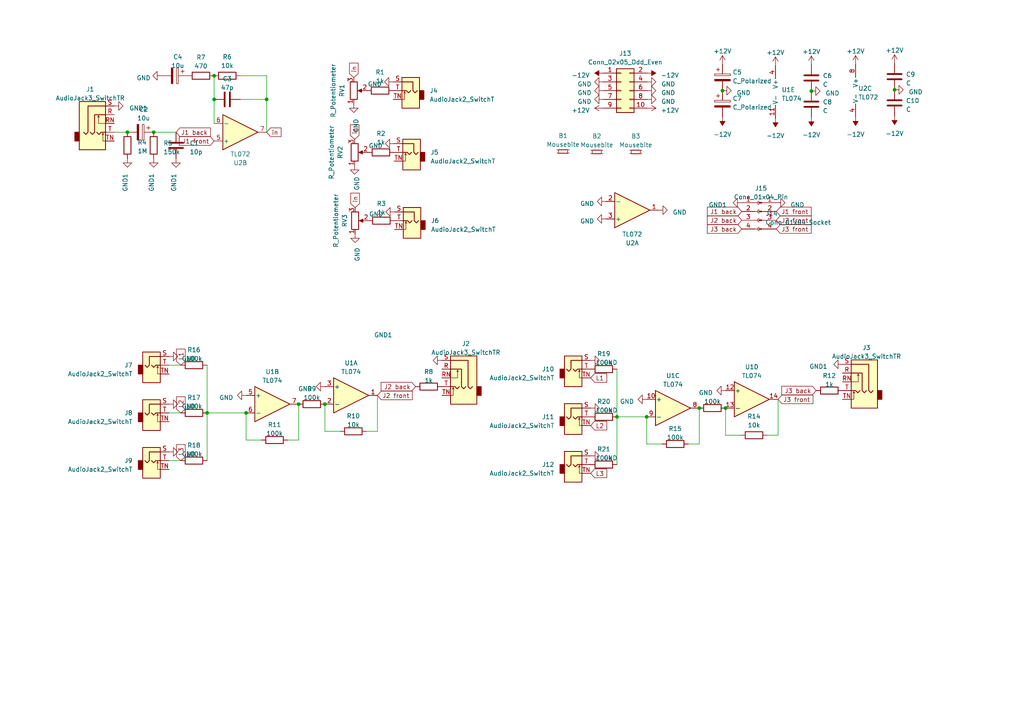
<source format=kicad_sch>
(kicad_sch (version 20230121) (generator eeschema)
  (paper "A4")
  (lib_symbols
    (symbol "Amplifier_Operational:TL072" (pin_names (offset 0.127))
      (property "Reference" "U" (at 0 5.08 0))
      (property "Value" "TL072" (at 0 -5.08 0))
      (symbol "TL072_1_1"
        (polyline (pts (xy -5.08 5.08) (xy 5.08 0) (xy -5.08 -5.08) (xy -5.08 5.08)) (stroke (width 0.254)) (fill (type background)))
        (pin output line (at 7.62 0 180) (length 2.54) (name "~") (number "1"))
        (pin input line (at -7.62 -2.54 0) (length 2.54) (name "-") (number "2"))
        (pin input line (at -7.62 2.54 0) (length 2.54) (name "+") (number "3"))
      )
      (symbol "TL072_2_1"
        (polyline (pts (xy -5.08 5.08) (xy 5.08 0) (xy -5.08 -5.08) (xy -5.08 5.08)) (stroke (width 0.254)) (fill (type background)))
        (pin input line (at -7.62 2.54 0) (length 2.54) (name "+") (number "5"))
        (pin input line (at -7.62 -2.54 0) (length 2.54) (name "-") (number "6"))
        (pin output line (at 7.62 0 180) (length 2.54) (name "~") (number "7"))
      )
      (symbol "TL072_3_1"
        (pin power_in line (at -2.54 -7.62 90) (length 3.81) (name "V-") (number "4"))
        (pin power_in line (at -2.54 7.62 270) (length 3.81) (name "V+") (number "8"))
      )
    )
    (symbol "Amplifier_Operational:TL074" (pin_names (offset 0.127))
      (property "Reference" "U" (at 0 5.08 0))
      (property "Value" "TL074" (at 0 -5.08 0))
      (symbol "TL074_1_1"
        (polyline (pts (xy -5.08 5.08) (xy 5.08 0) (xy -5.08 -5.08) (xy -5.08 5.08)) (stroke (width 0.254)) (fill (type background)))
        (pin output line (at 7.62 0 180) (length 2.54) (name "~") (number "1"))
        (pin input line (at -7.62 -2.54 0) (length 2.54) (name "-") (number "2"))
        (pin input line (at -7.62 2.54 0) (length 2.54) (name "+") (number "3"))
      )
      (symbol "TL074_2_1"
        (polyline (pts (xy -5.08 5.08) (xy 5.08 0) (xy -5.08 -5.08) (xy -5.08 5.08)) (stroke (width 0.254)) (fill (type background)))
        (pin input line (at -7.62 2.54 0) (length 2.54) (name "+") (number "5"))
        (pin input line (at -7.62 -2.54 0) (length 2.54) (name "-") (number "6"))
        (pin output line (at 7.62 0 180) (length 2.54) (name "~") (number "7"))
      )
      (symbol "TL074_3_1"
        (polyline (pts (xy -5.08 5.08) (xy 5.08 0) (xy -5.08 -5.08) (xy -5.08 5.08)) (stroke (width 0.254)) (fill (type background)))
        (pin input line (at -7.62 2.54 0) (length 2.54) (name "+") (number "10"))
        (pin output line (at 7.62 0 180) (length 2.54) (name "~") (number "8"))
        (pin input line (at -7.62 -2.54 0) (length 2.54) (name "-") (number "9"))
      )
      (symbol "TL074_4_1"
        (polyline (pts (xy -5.08 5.08) (xy 5.08 0) (xy -5.08 -5.08) (xy -5.08 5.08)) (stroke (width 0.254)) (fill (type background)))
        (pin input line (at -7.62 2.54 0) (length 2.54) (name "+") (number "12"))
        (pin input line (at -7.62 -2.54 0) (length 2.54) (name "-") (number "13"))
        (pin output line (at 7.62 0 180) (length 2.54) (name "~") (number "14"))
      )
      (symbol "TL074_5_1"
        (pin power_in line (at -2.54 -7.62 90) (length 3.81) (name "V-") (number "11"))
        (pin power_in line (at -2.54 7.62 270) (length 3.81) (name "V+") (number "4"))
      )
    )
    (symbol "Connector:Conn_01x04_Pin" (pin_names (offset 1.016) hide)
      (property "Reference" "J" (at 0 5.08 0))
      (property "Value" "Conn_01x04_Pin" (at 0 -7.62 0))
      (symbol "Conn_01x04_Pin_1_1"
        (polyline (pts (xy 1.27 -5.08) (xy 0.8636 -5.08)) (stroke (width 0.1524)))
        (polyline (pts (xy 1.27 -2.54) (xy 0.8636 -2.54)) (stroke (width 0.1524)))
        (polyline (pts (xy 1.27 0) (xy 0.8636 0)) (stroke (width 0.1524)))
        (polyline (pts (xy 1.27 2.54) (xy 0.8636 2.54)) (stroke (width 0.1524)))
        (rectangle (start 0.8636 -4.953) (end 0 -5.207) (stroke (width 0.1524)) (fill (type outline)))
        (rectangle (start 0.8636 -2.413) (end 0 -2.667) (stroke (width 0.1524)) (fill (type outline)))
        (rectangle (start 0.8636 0.127) (end 0 -0.127) (stroke (width 0.1524)) (fill (type outline)))
        (rectangle (start 0.8636 2.667) (end 0 2.413) (stroke (width 0.1524)) (fill (type outline)))
        (pin passive line (at 5.08 2.54 180) (length 3.81) (name "Pin_1") (number "1"))
        (pin passive line (at 5.08 0 180) (length 3.81) (name "Pin_2") (number "2"))
        (pin passive line (at 5.08 -2.54 180) (length 3.81) (name "Pin_3") (number "3"))
        (pin passive line (at 5.08 -5.08 180) (length 3.81) (name "Pin_4") (number "4"))
      )
    )
    (symbol "Connector:Conn_01x04_Socket" (pin_names (offset 1.016) hide)
      (property "Reference" "J" (at 0 5.08 0))
      (property "Value" "Conn_01x04_Socket" (at 0 -7.62 0))
      (symbol "Conn_01x04_Socket_1_1"
        (arc (start 0 -4.572) (mid -0.5058 -5.08) (end 0 -5.588) (stroke (width 0.1524)))
        (arc (start 0 -2.032) (mid -0.5058 -2.54) (end 0 -3.048) (stroke (width 0.1524)))
        (polyline (pts (xy -1.27 -5.08) (xy -0.508 -5.08)) (stroke (width 0.1524)))
        (polyline (pts (xy -1.27 -2.54) (xy -0.508 -2.54)) (stroke (width 0.1524)))
        (polyline (pts (xy -1.27 0) (xy -0.508 0)) (stroke (width 0.1524)))
        (polyline (pts (xy -1.27 2.54) (xy -0.508 2.54)) (stroke (width 0.1524)))
        (arc (start 0 0.508) (mid -0.5058 0) (end 0 -0.508) (stroke (width 0.1524)))
        (arc (start 0 3.048) (mid -0.5058 2.54) (end 0 2.032) (stroke (width 0.1524)))
        (pin passive line (at -5.08 2.54 0) (length 3.81) (name "Pin_1") (number "1"))
        (pin passive line (at -5.08 0 0) (length 3.81) (name "Pin_2") (number "2"))
        (pin passive line (at -5.08 -2.54 0) (length 3.81) (name "Pin_3") (number "3"))
        (pin passive line (at -5.08 -5.08 0) (length 3.81) (name "Pin_4") (number "4"))
      )
    )
    (symbol "Connector_Audio:AudioJack2_SwitchT"
      (property "Reference" "J" (at 0 8.89 0))
      (property "Value" "AudioJack2_SwitchT" (at 0 6.35 0))
      (symbol "AudioJack2_SwitchT_0_1"
        (rectangle (start -2.54 0) (end -3.81 -2.54) (stroke (width 0.254)) (fill (type outline)))
        (polyline (pts (xy 1.778 -0.254) (xy 2.032 -0.762)))
        (polyline (pts (xy 0 0) (xy 0.635 -0.635) (xy 1.27 0) (xy 2.54 0)) (stroke (width 0.254)))
        (polyline (pts (xy 2.54 -2.54) (xy 1.778 -2.54) (xy 1.778 -0.254) (xy 1.524 -0.762)))
        (polyline (pts (xy 2.54 2.54) (xy -0.635 2.54) (xy -0.635 0) (xy -1.27 -0.635) (xy -1.905 0)) (stroke (width 0.254)))
        (rectangle (start 2.54 3.81) (end -2.54 -5.08) (stroke (width 0.254)) (fill (type background)))
      )
      (symbol "AudioJack2_SwitchT_1_1"
        (pin passive line (at 5.08 2.54 180) (length 2.54) (name "~") (number "S"))
        (pin passive line (at 5.08 0 180) (length 2.54) (name "~") (number "T"))
        (pin passive line (at 5.08 -2.54 180) (length 2.54) (name "~") (number "TN"))
      )
    )
    (symbol "Connector_Audio:AudioJack3_SwitchTR"
      (property "Reference" "J" (at 0 8.89 0))
      (property "Value" "AudioJack3_SwitchTR" (at 0 6.35 0))
      (symbol "AudioJack3_SwitchTR_0_1"
        (rectangle (start -5.08 -5.08) (end -6.35 -7.62) (stroke (width 0.254)) (fill (type outline)))
        (polyline (pts (xy 0.508 -0.254) (xy 0.762 -0.762)))
        (polyline (pts (xy 1.778 -5.334) (xy 2.032 -5.842)))
        (polyline (pts (xy 0 -5.08) (xy 0.635 -5.715) (xy 1.27 -5.08) (xy 2.54 -5.08)) (stroke (width 0.254)))
        (polyline (pts (xy 2.54 -7.62) (xy 1.778 -7.62) (xy 1.778 -5.334) (xy 1.524 -5.842)))
        (polyline (pts (xy 2.54 -2.54) (xy 0.508 -2.54) (xy 0.508 -0.254) (xy 0.254 -0.762)))
        (polyline (pts (xy -1.905 -5.08) (xy -1.27 -5.715) (xy -0.635 -5.08) (xy -0.635 0) (xy 2.54 0)) (stroke (width 0.254)))
        (polyline (pts (xy 2.54 2.54) (xy -2.54 2.54) (xy -2.54 -5.08) (xy -3.175 -5.715) (xy -3.81 -5.08)) (stroke (width 0.254)))
        (rectangle (start 2.54 3.81) (end -5.08 -10.16) (stroke (width 0.254)) (fill (type background)))
      )
      (symbol "AudioJack3_SwitchTR_1_1"
        (pin passive line (at 5.08 0 180) (length 2.54) (name "~") (number "R"))
        (pin passive line (at 5.08 -2.54 180) (length 2.54) (name "~") (number "RN"))
        (pin passive line (at 5.08 2.54 180) (length 2.54) (name "~") (number "S"))
        (pin passive line (at 5.08 -5.08 180) (length 2.54) (name "~") (number "T"))
        (pin passive line (at 5.08 -7.62 180) (length 2.54) (name "~") (number "TN"))
      )
    )
    (symbol "Connector_Generic:Conn_02x05_Odd_Even" (pin_names (offset 1.016) hide)
      (property "Reference" "J" (at 1.27 7.62 0))
      (property "Value" "Conn_02x05_Odd_Even" (at 1.27 -7.62 0))
      (symbol "Conn_02x05_Odd_Even_1_1"
        (rectangle (start -1.27 -4.953) (end 0 -5.207) (stroke (width 0.1524)))
        (rectangle (start -1.27 -2.413) (end 0 -2.667) (stroke (width 0.1524)))
        (rectangle (start -1.27 0.127) (end 0 -0.127) (stroke (width 0.1524)))
        (rectangle (start -1.27 2.667) (end 0 2.413) (stroke (width 0.1524)))
        (rectangle (start -1.27 5.207) (end 0 4.953) (stroke (width 0.1524)))
        (rectangle (start -1.27 6.35) (end 3.81 -6.35) (stroke (width 0.254)) (fill (type background)))
        (rectangle (start 3.81 -4.953) (end 2.54 -5.207) (stroke (width 0.1524)))
        (rectangle (start 3.81 -2.413) (end 2.54 -2.667) (stroke (width 0.1524)))
        (rectangle (start 3.81 0.127) (end 2.54 -0.127) (stroke (width 0.1524)))
        (rectangle (start 3.81 2.667) (end 2.54 2.413) (stroke (width 0.1524)))
        (rectangle (start 3.81 5.207) (end 2.54 4.953) (stroke (width 0.1524)))
        (pin passive line (at -5.08 5.08 0) (length 3.81) (name "Pin_1") (number "1"))
        (pin passive line (at 7.62 -5.08 180) (length 3.81) (name "Pin_10") (number "10"))
        (pin passive line (at 7.62 5.08 180) (length 3.81) (name "Pin_2") (number "2"))
        (pin passive line (at -5.08 2.54 0) (length 3.81) (name "Pin_3") (number "3"))
        (pin passive line (at 7.62 2.54 180) (length 3.81) (name "Pin_4") (number "4"))
        (pin passive line (at -5.08 0 0) (length 3.81) (name "Pin_5") (number "5"))
        (pin passive line (at 7.62 0 180) (length 3.81) (name "Pin_6") (number "6"))
        (pin passive line (at -5.08 -2.54 0) (length 3.81) (name "Pin_7") (number "7"))
        (pin passive line (at 7.62 -2.54 180) (length 3.81) (name "Pin_8") (number "8"))
        (pin passive line (at -5.08 -5.08 0) (length 3.81) (name "Pin_9") (number "9"))
      )
    )
    (symbol "Device:C" (pin_numbers hide) (pin_names (offset 0.254))
      (property "Reference" "C" (at 0.635 2.54 0))
      (property "Value" "C" (at 0.635 -2.54 0))
      (symbol "C_0_1"
        (polyline (pts (xy -2.032 -0.762) (xy 2.032 -0.762)) (stroke (width 0.508)))
        (polyline (pts (xy -2.032 0.762) (xy 2.032 0.762)) (stroke (width 0.508)))
      )
      (symbol "C_1_1"
        (pin passive line (at 0 3.81 270) (length 2.794) (name "~") (number "1"))
        (pin passive line (at 0 -3.81 90) (length 2.794) (name "~") (number "2"))
      )
    )
    (symbol "Device:C_Polarized" (pin_numbers hide) (pin_names (offset 0.254))
      (property "Reference" "C" (at 0.635 2.54 0))
      (property "Value" "C_Polarized" (at 0.635 -2.54 0))
      (symbol "C_Polarized_0_1"
        (rectangle (start -2.286 0.508) (end 2.286 1.016))
        (polyline (pts (xy -1.778 2.286) (xy -0.762 2.286)))
        (polyline (pts (xy -1.27 2.794) (xy -1.27 1.778)))
        (rectangle (start 2.286 -0.508) (end -2.286 -1.016) (fill (type outline)))
      )
      (symbol "C_Polarized_1_1"
        (pin passive line (at 0 3.81 270) (length 2.794) (name "~") (number "1"))
        (pin passive line (at 0 -3.81 90) (length 2.794) (name "~") (number "2"))
      )
    )
    (symbol "Device:R" (pin_numbers hide) (pin_names (offset 0))
      (property "Reference" "R" (at 2.032 0 90))
      (property "Value" "R" (at 0 0 90))
      (symbol "R_0_1"
        (rectangle (start -1.016 -2.54) (end 1.016 2.54) (stroke (width 0.254)))
      )
      (symbol "R_1_1"
        (pin passive line (at 0 3.81 270) (length 1.27) (name "~") (number "1"))
        (pin passive line (at 0 -3.81 90) (length 1.27) (name "~") (number "2"))
      )
    )
    (symbol "Device:R_Potentiometer" (pin_names (offset 1.016) hide)
      (property "Reference" "RV" (at -4.445 0 90))
      (property "Value" "R_Potentiometer" (at -2.54 0 90))
      (symbol "R_Potentiometer_0_1"
        (polyline (pts (xy 2.54 0) (xy 1.524 0)))
        (polyline (pts (xy 1.143 0) (xy 2.286 0.508) (xy 2.286 -0.508) (xy 1.143 0)) (fill (type outline)))
        (rectangle (start 1.016 2.54) (end -1.016 -2.54) (stroke (width 0.254)))
      )
      (symbol "R_Potentiometer_1_1"
        (pin passive line (at 0 3.81 270) (length 1.27) (name "1") (number "1"))
        (pin passive line (at 3.81 0 180) (length 1.27) (name "2") (number "2"))
        (pin passive line (at 0 -3.81 90) (length 1.27) (name "3") (number "3"))
      )
    )
    (symbol "Pale Slim Ghost:Mousebite" (in_bom no)
      (property "Reference" "B" (at 0 0 0))
      (property "Value" "Mousebite" (at 0 0 0))
      (symbol "Mousebite_0_1"
        (arc (start -1.7637 1.778) (mid -1.2698 2.286) (end -1.7637 2.794) (stroke (width 0.1524)))
        (circle (center -1.27 1.778) (radius 0.0001) (stroke (width 0.1524)))
        (circle (center -1.27 2.794) (radius 0.0001) (stroke (width 0.1524)))
        (circle (center -1.016 1.778) (radius 0.0001) (stroke (width 0.1524)))
        (circle (center -1.016 2.794) (radius 0.0001) (stroke (width 0.1524)))
        (circle (center -0.762 1.778) (radius 0.0001) (stroke (width 0.1524)))
        (circle (center -0.762 2.794) (radius 0.0001) (stroke (width 0.1524)))
        (circle (center -0.508 1.778) (radius 0.0001) (stroke (width 0.1524)))
        (circle (center -0.508 2.794) (radius 0.0001) (stroke (width 0.1524)))
        (circle (center -0.254 1.778) (radius 0.0001) (stroke (width 0.1524)))
        (circle (center -0.254 2.794) (radius 0.0001) (stroke (width 0.1524)))
        (circle (center 0 1.778) (radius 0.0001) (stroke (width 0.1524)))
        (circle (center 0 2.794) (radius 0.0001) (stroke (width 0.1524)))
        (circle (center 0.254 1.778) (radius 0.0001) (stroke (width 0.1524)))
        (circle (center 0.254 2.794) (radius 0.0001) (stroke (width 0.1524)))
        (circle (center 0.508 1.778) (radius 0.0001) (stroke (width 0.1524)))
        (circle (center 0.508 2.794) (radius 0.0001) (stroke (width 0.1524)))
        (circle (center 0.762 1.778) (radius 0.0001) (stroke (width 0.1524)))
        (circle (center 0.762 2.794) (radius 0.0001) (stroke (width 0.1524)))
        (circle (center 1.016 1.778) (radius 0.0001) (stroke (width 0.1524)))
        (circle (center 1.016 2.794) (radius 0.0001) (stroke (width 0.1524)))
        (circle (center 1.27 1.778) (radius 0.0001) (stroke (width 0.1524)))
        (circle (center 1.27 2.794) (radius 0.0001) (stroke (width 0.1524)))
        (arc (start 1.7637 2.794) (mid 1.2698 2.286) (end 1.7637 1.778) (stroke (width 0.1524)))
      )
    )
    (symbol "power:+12V" (power) (pin_names (offset 0))
      (property "Value" "+12V" (at 0 3.556 0))
      (symbol "+12V_0_1"
        (polyline (pts (xy -0.762 1.27) (xy 0 2.54)))
        (polyline (pts (xy 0 0) (xy 0 2.54)))
        (polyline (pts (xy 0 2.54) (xy 0.762 1.27)))
      )
      (symbol "+12V_1_1"
        (pin power_in line (at 0 0 90) (length 0) hide (name "+12V") (number "1"))
      )
    )
    (symbol "power:-12V" (power) (pin_names (offset 0))
      (property "Value" "-12V" (at 0 3.81 0))
      (symbol "-12V_0_0"
        (pin power_in line (at 0 0 90) (length 0) hide (name "-12V") (number "1"))
      )
      (symbol "-12V_0_1"
        (polyline (pts (xy 0 0) (xy 0 1.27) (xy 0.762 1.27) (xy 0 2.54) (xy -0.762 1.27) (xy 0 1.27)) (fill (type outline)))
      )
    )
    (symbol "power:GND" (power) (pin_names (offset 0))
      (property "Value" "GND" (at 0 -3.81 0))
      (symbol "GND_0_1"
        (polyline (pts (xy 0 0) (xy 0 -1.27) (xy 1.27 -1.27) (xy 0 -2.54) (xy -1.27 -1.27) (xy 0 -1.27)))
      )
      (symbol "GND_1_1"
        (pin power_in line (at 0 0 270) (length 0) hide (name "GND") (number "1"))
      )
    )
    (symbol "power:GND1" (power) (pin_names (offset 0))
      (property "Value" "GND1" (at 0 -3.81 0))
      (symbol "GND1_0_1"
        (polyline (pts (xy 0 0) (xy 0 -1.27) (xy 1.27 -1.27) (xy 0 -2.54) (xy -1.27 -1.27) (xy 0 -1.27)))
      )
      (symbol "GND1_1_1"
        (pin power_in line (at 0 0 270) (length 0) hide (name "GND1") (number "1"))
      )
    )
  )
  (junction (at 202.819 118.364))
  (junction (at 77.343 28.829))
  (junction (at 94.234 117.221))
  (junction (at 178.943 120.904))
  (junction (at 210.439 118.364))
  (junction (at 187.579 120.904))
  (junction (at 62.103 21.971))
  (junction (at 62.103 28.829))
  (junction (at 209.55 26.289))
  (junction (at 36.957 38.354))
  (junction (at 71.374 119.761))
  (junction (at 259.461 26.035))
  (junction (at 235.331 26.416))
  (junction (at 44.577 38.354))
  (junction (at 86.614 117.221))
  (junction (at 60.071 119.761))
  (wire (pts (xy 202.819 128.778) (xy 202.819 118.364)))
  (wire (pts (xy 60.071 119.761) (xy 71.374 119.761)))
  (wire (pts (xy 225.679 126.238) (xy 225.679 115.824)))
  (wire (pts (xy 210.439 126.238) (xy 214.884 126.238)))
  (wire (pts (xy 33.147 38.354) (xy 36.957 38.354)))
  (wire (pts (xy 199.644 128.778) (xy 202.819 128.778)))
  (wire (pts (xy 69.723 28.829) (xy 77.343 28.829)))
  (wire (pts (xy 210.439 118.364) (xy 210.439 126.238)))
  (wire (pts (xy 94.234 117.221) (xy 94.234 125.095)))
  (wire (pts (xy 187.579 128.778) (xy 192.024 128.778)))
  (wire (pts (xy 178.943 107.061) (xy 178.943 120.904)))
  (wire (pts (xy 77.343 21.971) (xy 77.343 28.829)))
  (wire (pts (xy 187.579 120.904) (xy 187.579 128.778)))
  (wire (pts (xy 178.943 120.904) (xy 187.579 120.904)))
  (wire (pts (xy 178.943 120.904) (xy 178.943 134.747)))
  (wire (pts (xy 44.577 38.354) (xy 51.054 38.354)))
  (wire (pts (xy 49.022 133.604) (xy 52.451 133.604)))
  (wire (pts (xy 71.374 119.761) (xy 71.374 127.635)))
  (wire (pts (xy 49.022 119.761) (xy 52.451 119.761)))
  (wire (pts (xy 77.343 28.829) (xy 77.343 38.354)))
  (wire (pts (xy 71.374 127.635) (xy 75.819 127.635)))
  (wire (pts (xy 106.299 125.095) (xy 109.474 125.095)))
  (wire (pts (xy 62.103 21.971) (xy 62.103 28.829)))
  (wire (pts (xy 86.614 127.635) (xy 86.614 117.221)))
  (wire (pts (xy 62.103 28.829) (xy 62.103 35.814)))
  (wire (pts (xy 49.022 105.918) (xy 52.451 105.918)))
  (wire (pts (xy 60.071 105.918) (xy 60.071 119.761)))
  (wire (pts (xy 94.234 125.095) (xy 98.679 125.095)))
  (wire (pts (xy 83.439 127.635) (xy 86.614 127.635)))
  (wire (pts (xy 222.504 126.238) (xy 225.679 126.238)))
  (wire (pts (xy 69.723 21.971) (xy 77.343 21.971)))
  (wire (pts (xy 109.474 125.095) (xy 109.474 114.681)))
  (wire (pts (xy 60.071 119.761) (xy 60.071 133.604)))
  (global_label "J2 back" (shape input) (at 120.523 112.141 180) (property "Intersheetrefs" "${INTERSHEET_REFS}" (effects hide)))
  (global_label "J1 front" (shape input) (at 225.171 61.341 0) (property "Intersheetrefs" "${INTERSHEET_REFS}" (effects hide)))
  (global_label "L1" (shape input) (at 52.451 105.918 90) (property "Intersheetrefs" "${INTERSHEET_REFS}" (effects hide)))
  (global_label "L3" (shape input) (at 171.323 137.287 0) (property "Intersheetrefs" "${INTERSHEET_REFS}" (effects hide)))
  (global_label "L2" (shape input) (at 52.451 119.761 90) (property "Intersheetrefs" "${INTERSHEET_REFS}" (effects hide)))
  (global_label "L1" (shape input) (at 171.323 109.601 0) (property "Intersheetrefs" "${INTERSHEET_REFS}" (effects hide)))
  (global_label "J1 front" (shape input) (at 62.103 40.894 180) (property "Intersheetrefs" "${INTERSHEET_REFS}" (effects hide)))
  (global_label "J2 front" (shape input) (at 225.171 63.881 0) (property "Intersheetrefs" "${INTERSHEET_REFS}" (effects hide)))
  (global_label "J2 front" (shape input) (at 109.474 114.681 0) (property "Intersheetrefs" "${INTERSHEET_REFS}" (effects hide)))
  (global_label "J3 front" (shape input) (at 225.679 115.824 0) (property "Intersheetrefs" "${INTERSHEET_REFS}" (effects hide)))
  (global_label "J3 back" (shape input) (at 215.138 66.421 180) (property "Intersheetrefs" "${INTERSHEET_REFS}" (effects hide)))
  (global_label "in" (shape input) (at 102.87 40.386 90) (property "Intersheetrefs" "${INTERSHEET_REFS}" (effects hide)))
  (global_label "in" (shape input) (at 77.343 38.354 0) (property "Intersheetrefs" "${INTERSHEET_REFS}" (effects hide)))
  (global_label "J3 back" (shape input) (at 236.728 113.284 180) (property "Intersheetrefs" "${INTERSHEET_REFS}" (effects hide)))
  (global_label "in" (shape input) (at 102.616 22.479 90) (property "Intersheetrefs" "${INTERSHEET_REFS}" (effects hide)))
  (global_label "J2 back" (shape input) (at 215.138 63.881 180) (property "Intersheetrefs" "${INTERSHEET_REFS}" (effects hide)))
  (global_label "L3" (shape input) (at 52.451 133.604 90) (property "Intersheetrefs" "${INTERSHEET_REFS}" (effects hide)))
  (global_label "L2" (shape input) (at 171.323 123.444 0) (property "Intersheetrefs" "${INTERSHEET_REFS}" (effects hide)))
  (global_label "J1 back" (shape input) (at 51.054 38.354 0) (property "Intersheetrefs" "${INTERSHEET_REFS}" (effects hide)))
  (global_label "in" (shape input) (at 102.997 60.198 90) (property "Intersheetrefs" "${INTERSHEET_REFS}" (effects hide)))
  (global_label "J3 front" (shape input) (at 225.171 66.421 0) (property "Intersheetrefs" "${INTERSHEET_REFS}" (effects hide)))
  (global_label "J1 back" (shape input) (at 215.138 61.341 180) (property "Intersheetrefs" "${INTERSHEET_REFS}" (effects hide)))
  (symbol (lib_id "Device:R") (at 218.694 126.238 90) (unit 1)
    (property "Reference" "R14" (at 218.694 120.777 90))
    (property "Value" "10k" (at 218.694 123.317 90))
    (property "Footprint" "Resistor_SMD:R_0805_2012Metric_Pad1.20x1.40mm_HandSolder" (effects hide))
  )
  (symbol (lib_id "Device:R_Potentiometer") (at 102.87 44.196 0) (mirror x) (unit 1)
    (property "Reference" "RV2" (at 98.679 44.196 90))
    (property "Value" "R_Potentiometer" (at 96.139 44.196 90))
    (property "Footprint" "Pale Slim Ghost:Potentiometer_Alpha_RD901F-40-00D_Single_Vertical" (effects hide))
  )
  (symbol (lib_id "power:+12V") (at 259.461 18.415 0) (unit 1)
    (property "Reference" "#PWR046" (effects hide))
    (property "Value" "+12V" (at 259.461 14.605 0))
  )
  (symbol (lib_id "Amplifier_Operational:TL074") (at 218.059 115.824 0) (unit 4)
    (property "Reference" "U1" (at 218.059 106.426 0))
    (property "Value" "TL074" (at 218.059 108.966 0))
    (property "Footprint" "Package_SO:SOIC-14_3.9x8.7mm_P1.27mm" (effects hide))
    (property "Datasheet" "http://www.ti.com/lit/ds/symlink/tl071.pdf" (effects hide))
  )
  (symbol (lib_id "Device:R") (at 79.629 127.635 90) (unit 1)
    (property "Reference" "R11" (at 79.629 123.19 90))
    (property "Value" "100k" (at 79.629 125.73 90))
    (property "Footprint" "Resistor_SMD:R_0805_2012Metric_Pad1.20x1.40mm_HandSolder" (effects hide))
  )
  (symbol (lib_id "power:GND") (at 225.171 58.801 90) (unit 1)
    (property "Reference" "#PWR051" (effects hide))
    (property "Value" "GND" (at 229.235 59.436 90) (effects (justify right)))
  )
  (symbol (lib_id "power:GND") (at 175.006 23.749 270) (unit 1)
    (property "Reference" "#PWR032" (effects hide))
    (property "Value" "GND" (at 171.577 24.384 90) (effects (justify right)))
  )
  (symbol (lib_id "Device:R") (at 206.629 118.364 90) (unit 1)
    (property "Reference" "R13" (effects hide))
    (property "Value" "100k" (at 206.629 116.459 90))
    (property "Footprint" "Resistor_SMD:R_0805_2012Metric_Pad1.20x1.40mm_HandSolder" (effects hide))
  )
  (symbol (lib_id "power:-12V") (at 224.917 34.29 180) (unit 1)
    (property "Reference" "#PWR043" (effects hide))
    (property "Value" "-12V" (at 224.917 39.37 0))
  )
  (symbol (lib_id "power:GND") (at 171.323 104.521 90) (mirror x) (unit 1)
    (property "Reference" "#PWR019" (effects hide))
    (property "Value" "GND" (at 175.006 105.156 90) (effects (justify right)))
  )
  (symbol (lib_id "power:GND") (at 187.579 115.824 270) (unit 1)
    (property "Reference" "#PWR015" (effects hide))
    (property "Value" "GND" (at 183.896 116.459 90) (effects (justify right)))
  )
  (symbol (lib_id "power:-12V") (at 209.55 33.909 180) (unit 1)
    (property "Reference" "#PWR042" (effects hide))
    (property "Value" "-12V" (at 209.55 38.989 0))
  )
  (symbol (lib_id "Device:R") (at 175.133 134.747 90) (unit 1)
    (property "Reference" "R21" (at 175.133 130.302 90))
    (property "Value" "100k" (at 175.133 132.842 90))
    (property "Footprint" "Resistor_SMD:R_0805_2012Metric_Pad1.20x1.40mm_HandSolder" (effects hide))
  )
  (symbol (lib_id "Amplifier_Operational:TL072") (at 183.388 60.96 0) (mirror x) (unit 1)
    (property "Reference" "U2" (at 183.388 70.485 0))
    (property "Value" "TL072" (at 183.388 67.945 0))
    (property "Footprint" "Package_SO:SOIC-8_3.9x4.9mm_P1.27mm" (effects hide))
    (property "Datasheet" "http://www.ti.com/lit/ds/symlink/tl071.pdf" (effects hide))
  )
  (symbol (lib_id "power:GND") (at 114.046 23.749 270) (unit 1)
    (property "Reference" "#PWR04" (effects hide))
    (property "Value" "GND" (at 110.744 24.384 90) (effects (justify right)))
  )
  (symbol (lib_id "Connector_Audio:AudioJack2_SwitchT") (at 43.942 105.918 0) (unit 1)
    (property "Reference" "J7" (at 38.481 105.918 0) (effects (justify right)))
    (property "Value" "AudioJack2_SwitchT" (at 38.481 108.458 0) (effects (justify right)))
    (property "Footprint" "Pale Slim Ghost:Jack_3.5mm_QingPu_WQP-PJ398SM_Vertical" (effects hide))
  )
  (symbol (lib_id "Device:C") (at 235.331 30.226 0) (unit 1)
    (property "Reference" "C8" (at 238.633 29.591 0) (effects (justify left)))
    (property "Value" "C" (at 238.633 32.131 0) (effects (justify left)))
    (property "Footprint" "Capacitor_SMD:C_0805_2012Metric_Pad1.18x1.45mm_HandSolder" (effects hide))
  )
  (symbol (lib_id "Device:R") (at 124.333 112.141 90) (unit 1)
    (property "Reference" "R8" (at 124.333 107.823 90))
    (property "Value" "1k" (at 124.333 110.363 90))
    (property "Footprint" "Resistor_SMD:R_0805_2012Metric_Pad1.20x1.40mm_HandSolder" (effects hide))
  )
  (symbol (lib_id "Connector_Audio:AudioJack2_SwitchT") (at 119.38 44.196 0) (mirror y) (unit 1)
    (property "Reference" "J5" (at 124.841 44.196 0) (effects (justify right)))
    (property "Value" "AudioJack2_SwitchT" (at 124.841 46.736 0) (effects (justify right)))
    (property "Footprint" "Pale Slim Ghost:Jack_3.5mm_QingPu_WQP-PJ398SM_Vertical" (effects hide))
  )
  (symbol (lib_id "Device:R_Potentiometer") (at 102.997 64.008 0) (mirror x) (unit 1)
    (property "Reference" "RV3" (at 99.949 64.008 90))
    (property "Value" "R_Potentiometer" (at 97.409 64.008 90))
    (property "Footprint" "Pale Slim Ghost:Potentiometer_Alpha_RD901F-40-00D_Single_Vertical" (effects hide))
  )
  (symbol (lib_id "power:GND") (at 175.006 28.829 270) (unit 1)
    (property "Reference" "#PWR034" (effects hide))
    (property "Value" "GND" (at 171.577 29.464 90) (effects (justify right)))
  )
  (symbol (lib_id "power:GND") (at 171.323 118.364 90) (mirror x) (unit 1)
    (property "Reference" "#PWR018" (effects hide))
    (property "Value" "GND" (at 175.006 118.999 90) (effects (justify right)))
  )
  (symbol (lib_id "Connector:Conn_01x04_Pin") (at 220.091 61.341 0) (unit 1)
    (property "Reference" "J15" (at 220.726 54.61 0))
    (property "Value" "Conn_01x04_Pin" (at 220.726 57.15 0))
    (property "Footprint" "Connector_PinHeader_2.54mm:PinHeader_1x04_P2.54mm_Vertical" (effects hide))
  )
  (symbol (lib_id "Device:R") (at 44.577 42.164 0) (unit 1)
    (property "Reference" "R5" (at 47.371 41.529 0) (effects (justify left)))
    (property "Value" "150k" (at 47.371 44.069 0) (effects (justify left)))
    (property "Footprint" "Resistor_SMD:R_0805_2012Metric_Pad1.20x1.40mm_HandSolder" (effects hide))
  )
  (symbol (lib_id "Device:R") (at 110.49 44.196 90) (unit 1)
    (property "Reference" "R2" (at 110.49 38.735 90))
    (property "Value" "1k" (at 110.49 41.275 90))
    (property "Footprint" "Resistor_SMD:R_0805_2012Metric_Pad1.20x1.40mm_HandSolder" (effects hide))
  )
  (symbol (lib_id "Device:C") (at 235.331 22.606 0) (unit 1)
    (property "Reference" "C6" (at 238.633 21.971 0) (effects (justify left)))
    (property "Value" "C" (at 238.633 24.511 0) (effects (justify left)))
    (property "Footprint" "Capacitor_SMD:C_0805_2012Metric_Pad1.18x1.45mm_HandSolder" (effects hide))
  )
  (symbol (lib_id "Device:C_Polarized") (at 209.55 30.099 0) (unit 1)
    (property "Reference" "C7" (at 212.471 28.575 0) (effects (justify left)))
    (property "Value" "C_Polarized" (at 212.471 31.115 0) (effects (justify left)))
    (property "Footprint" "Capacitor_Tantalum_SMD:CP_EIA-3216-18_Kemet-A_Pad1.58x1.35mm_HandSolder" (effects hide))
  )
  (symbol (lib_id "power:-12V") (at 259.461 33.655 180) (unit 1)
    (property "Reference" "#PWR049" (effects hide))
    (property "Value" "-12V" (at 259.461 38.735 0))
  )
  (symbol (lib_id "Pale Slim Ghost:Mousebite") (at 173.101 46.355 0) (unit 1) (in_bom no)
    (property "Reference" "B2" (at 173.101 39.497 0))
    (property "Value" "Mousebite" (at 173.101 42.037 0))
    (property "Footprint" "Pale Slim Ghost:mousebite-2.54x5.08mm" (effects hide))
  )
  (symbol (lib_id "Device:C") (at 259.461 29.845 0) (unit 1)
    (property "Reference" "C10" (at 262.763 29.21 0) (effects (justify left)))
    (property "Value" "C" (at 262.763 31.75 0) (effects (justify left)))
    (property "Footprint" "Capacitor_SMD:C_0805_2012Metric_Pad1.18x1.45mm_HandSolder" (effects hide))
  )
  (symbol (lib_id "power:-12V") (at 175.006 21.209 90) (unit 1)
    (property "Reference" "#PWR030" (effects hide))
    (property "Value" "-12V" (at 171.069 21.844 90) (effects (justify left)))
  )
  (symbol (lib_id "power:GND") (at 49.022 131.064 90) (mirror x) (unit 1)
    (property "Reference" "#PWR023" (effects hide))
    (property "Value" "GND" (at 52.705 131.699 90) (effects (justify right)))
  )
  (symbol (lib_id "power:+12V") (at 175.006 31.369 90) (unit 1)
    (property "Reference" "#PWR040" (effects hide))
    (property "Value" "+12V" (at 171.069 32.004 90) (effects (justify left)))
  )
  (symbol (lib_id "power:GND") (at 175.768 58.42 270) (unit 1)
    (property "Reference" "#PWR025" (effects hide))
    (property "Value" "GND" (at 172.339 59.055 90) (effects (justify right)))
  )
  (symbol (lib_id "power:+12V") (at 209.55 18.669 0) (unit 1)
    (property "Reference" "#PWR027" (effects hide))
    (property "Value" "+12V" (at 209.55 14.859 0))
  )
  (symbol (lib_id "power:GND") (at 175.006 26.289 270) (unit 1)
    (property "Reference" "#PWR033" (effects hide))
    (property "Value" "GND" (at 171.577 26.924 90) (effects (justify right)))
  )
  (symbol (lib_id "power:GND") (at 210.439 113.284 270) (unit 1)
    (property "Reference" "#PWR016" (effects hide))
    (property "Value" "GND" (at 206.756 113.919 90) (effects (justify right)))
  )
  (symbol (lib_id "power:GND") (at 46.863 21.971 270) (unit 1)
    (property "Reference" "#PWR09" (effects hide))
    (property "Value" "GND" (at 43.688 22.606 90) (effects (justify right)))
  )
  (symbol (lib_id "Amplifier_Operational:TL072") (at 245.618 26.289 0) (mirror y) (unit 3)
    (property "Reference" "U2" (at 248.92 25.654 0) (effects (justify right)))
    (property "Value" "TL072" (at 248.92 28.194 0) (effects (justify right)))
    (property "Footprint" "Package_SO:SOIC-8_3.9x4.9mm_P1.27mm" (effects hide))
    (property "Datasheet" "http://www.ti.com/lit/ds/symlink/tl071.pdf" (effects hide))
  )
  (symbol (lib_id "power:GND1") (at 33.147 30.734 90) (mirror x) (unit 1)
    (property "Reference" "#PWR017" (effects hide))
    (property "Value" "GND1" (at 37.465 31.369 90) (effects (justify right)))
  )
  (symbol (lib_id "Device:C_Polarized") (at 50.673 21.971 270) (unit 1)
    (property "Reference" "C4" (at 51.562 16.51 90))
    (property "Value" "10u" (at 51.562 19.05 90))
    (property "Footprint" "Capacitor_Tantalum_SMD:CP_EIA-3216-18_Kemet-A_Pad1.58x1.35mm_HandSolder" (effects hide))
  )
  (symbol (lib_id "Amplifier_Operational:TL074") (at 101.854 114.681 0) (unit 1)
    (property "Reference" "U1" (at 101.854 105.283 0))
    (property "Value" "TL074" (at 101.854 107.823 0))
    (property "Footprint" "Package_SO:SOIC-14_3.9x8.7mm_P1.27mm" (effects hide))
    (property "Datasheet" "http://www.ti.com/lit/ds/symlink/tl071.pdf" (effects hide))
  )
  (symbol (lib_id "Connector_Audio:AudioJack2_SwitchT") (at 119.126 26.289 0) (mirror y) (unit 1)
    (property "Reference" "J4" (at 124.587 26.289 0) (effects (justify right)))
    (property "Value" "AudioJack2_SwitchT" (at 124.587 28.829 0) (effects (justify right)))
    (property "Footprint" "Pale Slim Ghost:Jack_3.5mm_QingPu_WQP-PJ398SM_Vertical" (effects hide))
  )
  (symbol (lib_id "power:GND") (at 187.706 28.829 90) (unit 1)
    (property "Reference" "#PWR035" (effects hide))
    (property "Value" "GND" (at 191.77 29.464 90) (effects (justify right)))
  )
  (symbol (lib_id "Connector_Audio:AudioJack2_SwitchT") (at 43.942 119.761 0) (unit 1)
    (property "Reference" "J8" (at 38.481 119.761 0) (effects (justify right)))
    (property "Value" "AudioJack2_SwitchT" (at 38.481 122.301 0) (effects (justify right)))
    (property "Footprint" "Pale Slim Ghost:Jack_3.5mm_QingPu_WQP-PJ398SM_Vertical" (effects hide))
  )
  (symbol (lib_id "power:GND1") (at 215.138 58.801 270) (unit 1)
    (property "Reference" "#PWR050" (effects hide))
    (property "Value" "GND1" (at 210.82 59.436 90) (effects (justify right)))
  )
  (symbol (lib_id "Amplifier_Operational:TL072") (at 69.723 38.354 0) (mirror x) (unit 2)
    (property "Reference" "U2" (at 69.723 47.244 0))
    (property "Value" "TL072" (at 69.723 44.704 0))
    (property "Footprint" "Package_SO:SOIC-8_3.9x4.9mm_P1.27mm" (effects hide))
    (property "Datasheet" "http://www.ti.com/lit/ds/symlink/tl071.pdf" (effects hide))
  )
  (symbol (lib_id "Device:R") (at 65.913 21.971 90) (unit 1)
    (property "Reference" "R6" (at 65.913 16.51 90))
    (property "Value" "10k" (at 65.913 19.05 90))
    (property "Footprint" "Resistor_SMD:R_0805_2012Metric_Pad1.20x1.40mm_HandSolder" (effects hide))
  )
  (symbol (lib_id "power:-12V") (at 235.331 34.036 180) (unit 1)
    (property "Reference" "#PWR044" (effects hide))
    (property "Value" "-12V" (at 235.331 39.116 0))
  )
  (symbol (lib_id "power:GND") (at 71.374 114.681 270) (unit 1)
    (property "Reference" "#PWR014" (effects hide))
    (property "Value" "GND" (at 67.691 115.316 90) (effects (justify right)))
  )
  (symbol (lib_id "Device:R") (at 175.133 120.904 90) (unit 1)
    (property "Reference" "R20" (at 175.133 116.459 90))
    (property "Value" "100k" (at 175.133 118.999 90))
    (property "Footprint" "Resistor_SMD:R_0805_2012Metric_Pad1.20x1.40mm_HandSolder" (effects hide))
  )
  (symbol (lib_id "power:GND") (at 114.3 41.656 270) (unit 1)
    (property "Reference" "#PWR010" (effects hide))
    (property "Value" "GND" (at 110.998 42.291 90) (effects (justify right)))
  )
  (symbol (lib_id "Connector_Audio:AudioJack2_SwitchT") (at 166.243 120.904 0) (unit 1)
    (property "Reference" "J11" (at 160.782 120.904 0) (effects (justify right)))
    (property "Value" "AudioJack2_SwitchT" (at 160.782 123.444 0) (effects (justify right)))
    (property "Footprint" "Pale Slim Ghost:Jack_3.5mm_QingPu_WQP-PJ398SM_Vertical" (effects hide))
  )
  (symbol (lib_id "Device:R_Potentiometer") (at 102.616 26.289 0) (mirror x) (unit 1)
    (property "Reference" "RV1" (at 99.187 26.289 90))
    (property "Value" "R_Potentiometer" (at 96.647 26.289 90))
    (property "Footprint" "Pale Slim Ghost:Potentiometer_Alpha_RD901F-40-00D_Single_Vertical" (effects hide))
  )
  (symbol (lib_id "power:GND") (at 49.022 103.378 90) (mirror x) (unit 1)
    (property "Reference" "#PWR021" (effects hide))
    (property "Value" "GND" (at 52.705 104.013 90) (effects (justify right)))
  )
  (symbol (lib_id "power:GND") (at 175.768 63.5 270) (unit 1)
    (property "Reference" "#PWR024" (effects hide))
    (property "Value" "GND" (at 172.339 64.135 90) (effects (justify right)))
  )
  (symbol (lib_id "Amplifier_Operational:TL074") (at 195.199 118.364 0) (unit 3)
    (property "Reference" "U1" (at 195.199 108.966 0))
    (property "Value" "TL074" (at 195.199 111.506 0))
    (property "Footprint" "Package_SO:SOIC-14_3.9x8.7mm_P1.27mm" (effects hide))
    (property "Datasheet" "http://www.ti.com/lit/ds/symlink/tl071.pdf" (effects hide))
  )
  (symbol (lib_id "Connector_Audio:AudioJack2_SwitchT") (at 166.243 107.061 0) (unit 1)
    (property "Reference" "J10" (at 160.782 107.061 0) (effects (justify right)))
    (property "Value" "AudioJack2_SwitchT" (at 160.782 109.601 0) (effects (justify right)))
    (property "Footprint" "Pale Slim Ghost:Jack_3.5mm_QingPu_WQP-PJ398SM_Vertical" (effects hide))
  )
  (symbol (lib_id "Device:R") (at 56.261 133.604 90) (unit 1)
    (property "Reference" "R18" (at 56.261 129.159 90))
    (property "Value" "100k" (at 56.261 131.699 90))
    (property "Footprint" "Resistor_SMD:R_0805_2012Metric_Pad1.20x1.40mm_HandSolder" (effects hide))
  )
  (symbol (lib_id "power:GND") (at 187.706 23.749 90) (unit 1)
    (property "Reference" "#PWR038" (effects hide))
    (property "Value" "GND" (at 191.77 24.384 90) (effects (justify right)))
  )
  (symbol (lib_id "power:GND") (at 102.616 30.099 0) (unit 1)
    (property "Reference" "#PWR01" (effects hide))
    (property "Value" "GND" (at 103.251 34.417 90) (effects (justify right)))
  )
  (symbol (lib_id "power:GND") (at 171.323 132.207 90) (mirror x) (unit 1)
    (property "Reference" "#PWR020" (effects hide))
    (property "Value" "GND" (at 175.006 132.842 90) (effects (justify right)))
  )
  (symbol (lib_id "Device:R") (at 240.538 113.284 90) (unit 1)
    (property "Reference" "R12" (at 240.538 108.966 90))
    (property "Value" "1k" (at 240.538 111.506 90))
    (property "Footprint" "Resistor_SMD:R_0805_2012Metric_Pad1.20x1.40mm_HandSolder" (effects hide))
  )
  (symbol (lib_id "power:+12V") (at 187.706 31.369 270) (mirror x) (unit 1)
    (property "Reference" "#PWR041" (effects hide))
    (property "Value" "+12V" (at 191.643 32.004 90) (effects (justify left)))
  )
  (symbol (lib_id "Device:R") (at 36.957 42.164 0) (unit 1)
    (property "Reference" "R4" (at 39.878 41.275 0) (effects (justify left)))
    (property "Value" "1M" (at 39.878 43.815 0) (effects (justify left)))
    (property "Footprint" "Resistor_SMD:R_0805_2012Metric_Pad1.20x1.40mm_HandSolder" (effects hide))
  )
  (symbol (lib_id "Device:C") (at 65.913 28.829 90) (unit 1)
    (property "Reference" "C3" (at 65.913 22.86 90))
    (property "Value" "47p" (at 65.913 25.4 90))
    (property "Footprint" "Capacitor_SMD:C_0805_2012Metric_Pad1.18x1.45mm_HandSolder" (effects hide))
  )
  (symbol (lib_id "Pale Slim Ghost:Mousebite") (at 163.322 46.228 0) (unit 1) (in_bom no)
    (property "Reference" "B1" (at 163.322 39.37 0))
    (property "Value" "Mousebite" (at 163.322 41.91 0))
    (property "Footprint" "Pale Slim Ghost:mousebite-2.54x5.08mm" (effects hide))
  )
  (symbol (lib_id "Device:C") (at 259.461 22.225 0) (unit 1)
    (property "Reference" "C9" (at 262.763 21.59 0) (effects (justify left)))
    (property "Value" "C" (at 262.763 24.13 0) (effects (justify left)))
    (property "Footprint" "Capacitor_SMD:C_0805_2012Metric_Pad1.18x1.45mm_HandSolder" (effects hide))
  )
  (symbol (lib_id "Device:R") (at 110.617 64.008 90) (unit 1)
    (property "Reference" "R3" (at 110.617 59.055 90))
    (property "Value" "1k" (at 110.617 61.595 90))
    (property "Footprint" "Resistor_SMD:R_0805_2012Metric_Pad1.20x1.40mm_HandSolder" (effects hide))
  )
  (symbol (lib_id "power:-12V") (at 187.706 21.209 270) (mirror x) (unit 1)
    (property "Reference" "#PWR031" (effects hide))
    (property "Value" "-12V" (at 191.643 21.844 90) (effects (justify left)))
  )
  (symbol (lib_id "Pale Slim Ghost:Mousebite") (at 184.404 46.355 0) (unit 1) (in_bom no)
    (property "Reference" "B3" (at 184.404 39.497 0))
    (property "Value" "Mousebite" (at 184.404 42.037 0))
    (property "Footprint" "Pale Slim Ghost:mousebite-2.54x5.08mm" (effects hide))
  )
  (symbol (lib_id "power:GND") (at 102.997 67.818 0) (unit 1)
    (property "Reference" "#PWR07" (effects hide))
    (property "Value" "GND" (at 103.632 71.755 90) (effects (justify right)))
  )
  (symbol (lib_id "Device:C") (at 51.054 42.164 0) (unit 1)
    (property "Reference" "C1" (at 54.991 41.529 0) (effects (justify left)))
    (property "Value" "10p" (at 54.991 44.069 0) (effects (justify left)))
    (property "Footprint" "Capacitor_SMD:C_0805_2012Metric_Pad1.18x1.45mm_HandSolder" (effects hide))
  )
  (symbol (lib_id "Device:R") (at 90.424 117.221 90) (unit 1)
    (property "Reference" "R9" (at 90.424 112.776 90))
    (property "Value" "100k" (at 90.424 115.316 90))
    (property "Footprint" "Resistor_SMD:R_0805_2012Metric_Pad1.20x1.40mm_HandSolder" (effects hide))
  )
  (symbol (lib_id "Connector:Conn_01x04_Socket") (at 220.218 61.341 0) (unit 1)
    (property "Reference" "J14" (at 221.996 61.976 0) (effects (justify left)))
    (property "Value" "Conn_01x04_Socket" (at 221.996 64.516 0) (effects (justify left)))
    (property "Footprint" "Connector_PinSocket_2.54mm:PinSocket_1x04_P2.54mm_Vertical" (effects hide))
  )
  (symbol (lib_id "Connector_Audio:AudioJack2_SwitchT") (at 43.942 133.604 0) (unit 1)
    (property "Reference" "J9" (at 38.481 133.604 0) (effects (justify right)))
    (property "Value" "AudioJack2_SwitchT" (at 38.481 136.144 0) (effects (justify right)))
    (property "Footprint" "Pale Slim Ghost:Jack_3.5mm_QingPu_WQP-PJ398SM_Vertical" (effects hide))
  )
  (symbol (lib_id "Device:R") (at 56.261 105.918 90) (unit 1)
    (property "Reference" "R16" (at 56.261 101.473 90))
    (property "Value" "100k" (at 56.261 104.013 90))
    (property "Footprint" "Resistor_SMD:R_0805_2012Metric_Pad1.20x1.40mm_HandSolder" (effects hide))
  )
  (symbol (lib_id "Connector_Generic:Conn_02x05_Odd_Even") (at 180.086 26.289 0) (unit 1)
    (property "Reference" "J13" (at 181.356 15.494 0))
    (property "Value" "Conn_02x05_Odd_Even" (at 181.356 18.034 0))
    (property "Footprint" "Connector_PinHeader_2.54mm:PinHeader_2x05_P2.54mm_Vertical_SMD" (effects hide))
  )
  (symbol (lib_id "power:GND1") (at 36.957 45.974 0) (mirror y) (unit 1)
    (property "Reference" "#PWR03" (effects hide))
    (property "Value" "GND1" (at 36.322 50.292 90) (effects (justify right)))
  )
  (symbol (lib_id "power:+12V") (at 235.331 18.796 0) (unit 1)
    (property "Reference" "#PWR029" (effects hide))
    (property "Value" "+12V" (at 235.331 14.986 0))
  )
  (symbol (lib_id "power:GND") (at 102.87 48.006 0) (unit 1)
    (property "Reference" "#PWR06" (effects hide))
    (property "Value" "GND" (at 103.505 51.181 90) (effects (justify right)))
  )
  (symbol (lib_id "Device:R") (at 102.489 125.095 90) (unit 1)
    (property "Reference" "R10" (at 102.489 120.65 90))
    (property "Value" "10k" (at 102.489 123.19 90))
    (property "Footprint" "Resistor_SMD:R_0805_2012Metric_Pad1.20x1.40mm_HandSolder" (effects hide))
  )
  (symbol (lib_id "Device:R") (at 195.834 128.778 90) (unit 1)
    (property "Reference" "R15" (at 195.834 124.333 90))
    (property "Value" "100k" (at 195.834 126.873 90))
    (property "Footprint" "Resistor_SMD:R_0805_2012Metric_Pad1.20x1.40mm_HandSolder" (effects hide))
  )
  (symbol (lib_id "power:GND") (at 259.461 26.035 90) (unit 1)
    (property "Reference" "#PWR039" (effects hide))
    (property "Value" "GND" (at 263.525 26.67 90) (effects (justify right)))
  )
  (symbol (lib_id "Amplifier_Operational:TL074") (at 227.457 26.67 0) (unit 5)
    (property "Reference" "U1" (at 226.695 26.035 0) (effects (justify left)))
    (property "Value" "TL074" (at 226.695 28.575 0) (effects (justify left)))
    (property "Footprint" "Package_SO:SOIC-14_3.9x8.7mm_P1.27mm" (effects hide))
    (property "Datasheet" "http://www.ti.com/lit/ds/symlink/tl071.pdf" (effects hide))
  )
  (symbol (lib_id "power:GND1") (at 44.577 45.974 0) (mirror y) (unit 1)
    (property "Reference" "#PWR05" (effects hide))
    (property "Value" "GND1" (at 43.942 50.292 90) (effects (justify right)))
  )
  (symbol (lib_id "Device:C_Polarized") (at 40.767 38.354 270) (unit 1)
    (property "Reference" "C2" (at 41.656 31.75 90))
    (property "Value" "10u" (at 41.656 34.29 90))
    (property "Footprint" "Capacitor_Tantalum_SMD:CP_EIA-3216-18_Kemet-A_Pad1.58x1.35mm_HandSolder" (effects hide))
  )
  (symbol (lib_id "Connector_Audio:AudioJack2_SwitchT") (at 166.243 134.747 0) (unit 1)
    (property "Reference" "J12" (at 160.782 134.747 0) (effects (justify right)))
    (property "Value" "AudioJack2_SwitchT" (at 160.782 137.287 0) (effects (justify right)))
    (property "Footprint" "Pale Slim Ghost:Jack_3.5mm_QingPu_WQP-PJ398SM_Vertical" (effects hide))
  )
  (symbol (lib_id "power:GND1") (at 51.054 45.974 0) (mirror y) (unit 1)
    (property "Reference" "#PWR08" (effects hide))
    (property "Value" "GND1" (at 50.419 50.292 90) (effects (justify right)))
  )
  (symbol (lib_id "Device:C_Polarized") (at 209.55 22.479 0) (unit 1)
    (property "Reference" "C5" (at 212.471 20.955 0) (effects (justify left)))
    (property "Value" "C_Polarized" (at 212.471 23.495 0) (effects (justify left)))
    (property "Footprint" "Capacitor_Tantalum_SMD:CP_EIA-3216-18_Kemet-A_Pad1.58x1.35mm_HandSolder" (effects hide))
  )
  (symbol (lib_id "Device:R") (at 175.133 107.061 90) (unit 1)
    (property "Reference" "R19" (at 175.133 102.616 90))
    (property "Value" "100k" (at 175.133 105.156 90))
    (property "Footprint" "Resistor_SMD:R_0805_2012Metric_Pad1.20x1.40mm_HandSolder" (effects hide))
  )
  (symbol (lib_id "power:+12V") (at 248.158 18.669 0) (unit 1)
    (property "Reference" "#PWR045" (effects hide))
    (property "Value" "+12V" (at 248.158 14.859 0))
  )
  (symbol (lib_id "power:GND") (at 187.706 26.289 90) (unit 1)
    (property "Reference" "#PWR037" (effects hide))
    (property "Value" "GND" (at 191.77 26.924 90) (effects (justify right)))
  )
  (symbol (lib_id "Connector_Audio:AudioJack3_SwitchTR") (at 133.223 107.061 0) (mirror y) (unit 1)
    (property "Reference" "J2" (at 135.128 99.695 0))
    (property "Value" "AudioJack3_SwitchTR" (at 135.128 102.235 0))
    (property "Footprint" "Pale Slim Ghost:Qingpu WQP-PJ612A" (effects hide))
  )
  (symbol (lib_id "Connector_Audio:AudioJack3_SwitchTR") (at 28.067 33.274 0) (unit 1)
    (property "Reference" "J1" (at 26.162 25.908 0))
    (property "Value" "AudioJack3_SwitchTR" (at 26.162 28.448 0))
    (property "Footprint" "Pale Slim Ghost:Qingpu WQP-PJ612A" (effects hide))
  )
  (symbol (lib_id "power:-12V") (at 248.158 33.909 180) (unit 1)
    (property "Reference" "#PWR048" (effects hide))
    (property "Value" "-12V" (at 248.158 38.989 0))
  )
  (symbol (lib_id "power:GND") (at 94.234 112.141 270) (unit 1)
    (property "Reference" "#PWR013" (effects hide))
    (property "Value" "GND" (at 90.551 112.776 90) (effects (justify right)))
  )
  (symbol (lib_id "Device:R") (at 110.236 26.289 90) (unit 1)
    (property "Reference" "R1" (at 110.236 20.955 90))
    (property "Value" "1k" (at 110.236 23.495 90))
    (property "Footprint" "Resistor_SMD:R_0805_2012Metric_Pad1.20x1.40mm_HandSolder" (effects hide))
  )
  (symbol (lib_id "Device:R") (at 56.261 119.761 90) (unit 1)
    (property "Reference" "R17" (at 56.261 115.316 90))
    (property "Value" "100k" (at 56.261 117.856 90))
    (property "Footprint" "Resistor_SMD:R_0805_2012Metric_Pad1.20x1.40mm_HandSolder" (effects hide))
  )
  (symbol (lib_id "Connector_Audio:AudioJack2_SwitchT") (at 119.507 64.008 0) (mirror y) (unit 1)
    (property "Reference" "J6" (at 124.968 64.008 0) (effects (justify right)))
    (property "Value" "AudioJack2_SwitchT" (at 124.968 66.548 0) (effects (justify right)))
    (property "Footprint" "Pale Slim Ghost:Jack_3.5mm_QingPu_WQP-PJ398SM_Vertical" (effects hide))
  )
  (symbol (lib_id "power:GND") (at 235.331 26.416 90) (unit 1)
    (property "Reference" "#PWR047" (effects hide))
    (property "Value" "GND" (at 239.395 27.051 90) (effects (justify right)))
  )
  (symbol (lib_id "Amplifier_Operational:TL074") (at 78.994 117.221 0) (unit 2)
    (property "Reference" "U1" (at 78.994 107.823 0))
    (property "Value" "TL074" (at 78.994 110.363 0))
    (property "Footprint" "Package_SO:SOIC-14_3.9x8.7mm_P1.27mm" (effects hide))
    (property "Datasheet" "http://www.ti.com/lit/ds/symlink/tl071.pdf" (effects hide))
  )
  (symbol (lib_id "power:GND") (at 191.008 60.96 90) (unit 1)
    (property "Reference" "#PWR026" (effects hide))
    (property "Value" "GND" (at 195.072 61.595 90) (effects (justify right)))
  )
  (symbol (lib_id "power:GND") (at 209.55 26.289 90) (unit 1)
    (property "Reference" "#PWR036" (effects hide))
    (property "Value" "GND" (at 213.614 26.924 90) (effects (justify right)))
  )
  (symbol (lib_id "power:+12V") (at 224.917 19.05 0) (unit 1)
    (property "Reference" "#PWR028" (effects hide))
    (property "Value" "+12V" (at 224.917 15.24 0))
  )
  (symbol (lib_id "power:GND1") (at 128.143 104.521 270) (unit 1)
    (property "Reference" "#PWR012" (effects hide))
    (property "Value" "GND1" (at 113.792 97.155 90) (effects (justify right)))
  )
  (symbol (lib_id "Device:R") (at 58.293 21.971 90) (unit 1)
    (property "Reference" "R7" (at 58.293 16.637 90))
    (property "Value" "470" (at 58.293 19.177 90))
    (property "Footprint" "Resistor_SMD:R_0805_2012Metric_Pad1.20x1.40mm_HandSolder" (effects hide))
  )
  (symbol (lib_id "power:GND") (at 114.427 61.468 270) (unit 1)
    (property "Reference" "#PWR011" (effects hide))
    (property "Value" "GND" (at 111.125 62.103 90) (effects (justify right)))
  )
  (symbol (lib_id "Connector_Audio:AudioJack3_SwitchTR") (at 249.428 108.204 0) (mirror y) (unit 1)
    (property "Reference" "J3" (at 251.333 100.838 0))
    (property "Value" "AudioJack3_SwitchTR" (at 251.333 103.378 0))
    (property "Footprint" "Pale Slim Ghost:Qingpu WQP-PJ612A" (effects hide))
  )
  (symbol (lib_id "power:GND1") (at 244.348 105.664 270) (unit 1)
    (property "Reference" "#PWR02" (effects hide))
    (property "Value" "GND1" (at 240.03 106.299 90) (effects (justify right)))
  )
  (symbol (lib_id "power:GND") (at 49.022 117.221 90) (mirror x) (unit 1)
    (property "Reference" "#PWR022" (effects hide))
    (property "Value" "GND" (at 52.705 117.856 90) (effects (justify right)))
  )
)
</source>
